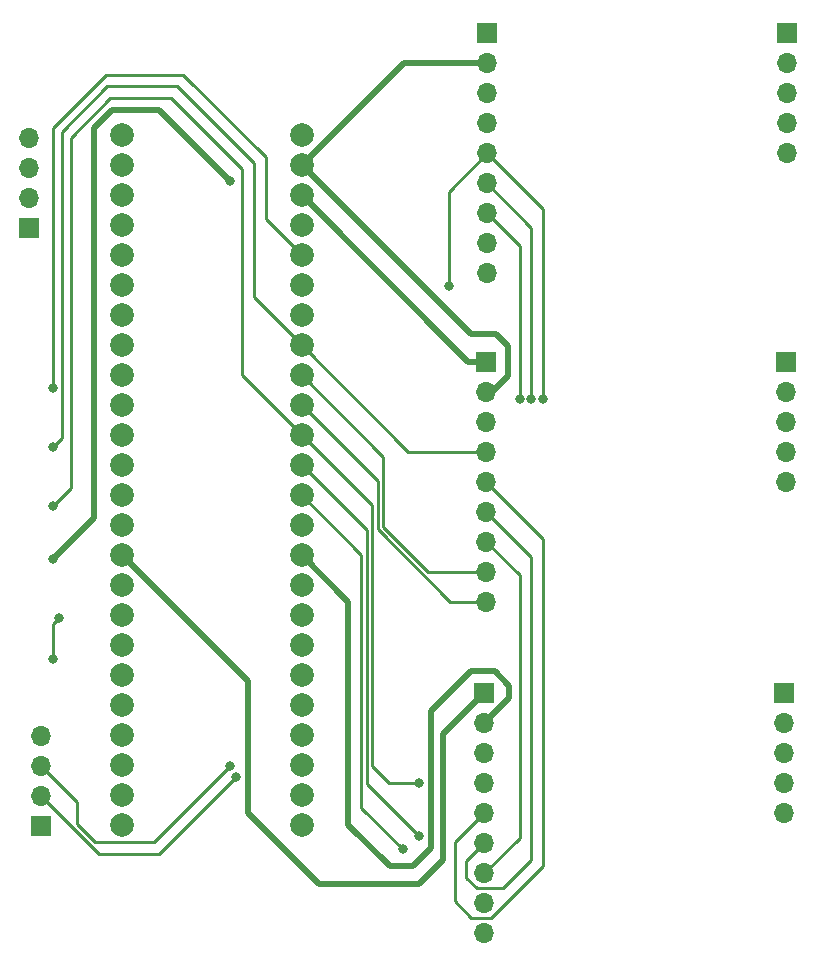
<source format=gbr>
%TF.GenerationSoftware,KiCad,Pcbnew,7.0.7*%
%TF.CreationDate,2024-06-05T22:00:53-04:00*%
%TF.ProjectId,Ground Receiver v2,47726f75-6e64-4205-9265-636569766572,rev?*%
%TF.SameCoordinates,Original*%
%TF.FileFunction,Copper,L2,Bot*%
%TF.FilePolarity,Positive*%
%FSLAX46Y46*%
G04 Gerber Fmt 4.6, Leading zero omitted, Abs format (unit mm)*
G04 Created by KiCad (PCBNEW 7.0.7) date 2024-06-05 22:00:53*
%MOMM*%
%LPD*%
G01*
G04 APERTURE LIST*
%TA.AperFunction,ComponentPad*%
%ADD10R,1.700000X1.700000*%
%TD*%
%TA.AperFunction,ComponentPad*%
%ADD11O,1.700000X1.700000*%
%TD*%
%TA.AperFunction,ComponentPad*%
%ADD12C,2.000000*%
%TD*%
%TA.AperFunction,ViaPad*%
%ADD13C,0.800000*%
%TD*%
%TA.AperFunction,Conductor*%
%ADD14C,0.250000*%
%TD*%
%TA.AperFunction,Conductor*%
%ADD15C,0.500000*%
%TD*%
G04 APERTURE END LIST*
D10*
%TO.P,J8,1,Pin_1*%
%TO.N,/3.3V B*%
X118500000Y-131120000D03*
D11*
%TO.P,J8,2,Pin_2*%
%TO.N,/RX8*%
X118500000Y-128580000D03*
%TO.P,J8,3,Pin_3*%
%TO.N,/TX8*%
X118500000Y-126040000D03*
%TO.P,J8,4,Pin_4*%
%TO.N,/GND*%
X118500000Y-123500000D03*
%TD*%
D10*
%TO.P,J7,1,Pin_1*%
%TO.N,/3.3V B*%
X117500000Y-80500000D03*
D11*
%TO.P,J7,2,Pin_2*%
%TO.N,/RX1*%
X117500000Y-77960000D03*
%TO.P,J7,3,Pin_3*%
%TO.N,/TX1*%
X117500000Y-75420000D03*
%TO.P,J7,4,Pin_4*%
%TO.N,/GND*%
X117500000Y-72880000D03*
%TD*%
D12*
%TO.P,Teensy4.1,0,GND*%
%TO.N,/GND*%
X125315000Y-72625000D03*
%TO.P,Teensy4.1,1,RX1*%
%TO.N,/RX1*%
X125315000Y-75165000D03*
%TO.P,Teensy4.1,2,TX1*%
%TO.N,/TX1*%
X125315000Y-77705000D03*
%TO.P,Teensy4.1,3,PWM*%
%TO.N,unconnected-(Teensy4.1-PWM-Pad3)*%
X125315000Y-80245000D03*
%TO.P,Teensy4.1,4,PWM*%
%TO.N,unconnected-(Teensy4.1-PWM-Pad4)*%
X125315000Y-82785000D03*
%TO.P,Teensy4.1,5,PWM*%
%TO.N,unconnected-(Teensy4.1-PWM-Pad5)*%
X125315000Y-85325000D03*
%TO.P,Teensy4.1,6,PWM*%
%TO.N,unconnected-(Teensy4.1-PWM-Pad6)*%
X125315000Y-87865000D03*
%TO.P,Teensy4.1,7,PWM*%
%TO.N,unconnected-(Teensy4.1-PWM-Pad7)*%
X125315000Y-90405000D03*
%TO.P,Teensy4.1,8,RX2*%
%TO.N,unconnected-(Teensy4.1-RX2-Pad8)*%
X125315000Y-92945000D03*
%TO.P,Teensy4.1,9,TX2*%
%TO.N,unconnected-(Teensy4.1-TX2-Pad9)*%
X125315000Y-95485000D03*
%TO.P,Teensy4.1,10,PWM*%
%TO.N,unconnected-(Teensy4.1-PWM-Pad10)*%
X125315000Y-98025000D03*
%TO.P,Teensy4.1,11,CS*%
%TO.N,unconnected-(Teensy4.1-CS-Pad11)*%
X125315000Y-100565000D03*
%TO.P,Teensy4.1,12,MOSI*%
%TO.N,/MOSI*%
X125315000Y-103105000D03*
%TO.P,Teensy4.1,13,MISO*%
%TO.N,/MISO*%
X125315000Y-105645000D03*
%TO.P,Teensy4.1,14,3.3V*%
%TO.N,/3.3V B*%
X125315000Y-108185000D03*
%TO.P,Teensy4.1,15,SCL2*%
%TO.N,/G1_1*%
X125315000Y-110725000D03*
%TO.P,Teensy4.1,16,SDA2*%
%TO.N,/G2_1*%
X125315000Y-113265000D03*
%TO.P,Teensy4.1,17,MOSI1*%
%TO.N,/G3_1*%
X125315000Y-115805000D03*
%TO.P,Teensy4.1,18,SCK1*%
%TO.N,/G1_2*%
X125315000Y-118345000D03*
%TO.P,Teensy4.1,19,RX7*%
%TO.N,/G2_2*%
X125315000Y-120885000D03*
%TO.P,Teensy4.1,20,TX7*%
%TO.N,/G3_2*%
X125315000Y-123425000D03*
%TO.P,Teensy4.1,21,GPIO*%
%TO.N,/G1_3*%
X125315000Y-125965000D03*
%TO.P,Teensy4.1,22,GPIO*%
%TO.N,/G2_3*%
X125315000Y-128505000D03*
%TO.P,Teensy4.1,23,GPIO*%
%TO.N,/G3_3*%
X125315000Y-131045000D03*
%TO.P,Teensy4.1,24,PWM*%
%TO.N,unconnected-(Teensy4.1-PWM-Pad24)*%
X140555000Y-131045000D03*
%TO.P,Teensy4.1,25,RX8*%
%TO.N,/RX8*%
X140555000Y-128505000D03*
%TO.P,Teensy4.1,26,TX8*%
%TO.N,/TX8*%
X140555000Y-125965000D03*
%TO.P,Teensy4.1,27,PWM*%
%TO.N,unconnected-(Teensy4.1-PWM-Pad27)*%
X140555000Y-123425000D03*
%TO.P,Teensy4.1,28,PWM*%
%TO.N,unconnected-(Teensy4.1-PWM-Pad28)*%
X140555000Y-120885000D03*
%TO.P,Teensy4.1,29,CS1*%
%TO.N,unconnected-(Teensy4.1-CS1-Pad29)*%
X140555000Y-118345000D03*
%TO.P,Teensy4.1,30,MISO*%
%TO.N,unconnected-(Teensy4.1-MISO-Pad30)*%
X140555000Y-115805000D03*
%TO.P,Teensy4.1,31,A16*%
%TO.N,unconnected-(Teensy4.1-A16-Pad31)*%
X140555000Y-113265000D03*
%TO.P,Teensy4.1,32,A17*%
%TO.N,unconnected-(Teensy4.1-A17-Pad32)*%
X140555000Y-110725000D03*
%TO.P,Teensy4.1,33,GND*%
%TO.N,/GND3*%
X140555000Y-108185000D03*
%TO.P,Teensy4.1,34,SCK*%
%TO.N,/SCK*%
X140555000Y-105645000D03*
%TO.P,Teensy4.1,35,A0*%
%TO.N,/RST3*%
X140555000Y-103105000D03*
%TO.P,Teensy4.1,36,A1*%
%TO.N,/CS3*%
X140555000Y-100565000D03*
%TO.P,Teensy4.1,37,A2*%
%TO.N,/INT3*%
X140555000Y-98025000D03*
%TO.P,Teensy4.1,38,A3*%
%TO.N,/RST2*%
X140555000Y-95485000D03*
%TO.P,Teensy4.1,39,SDA*%
%TO.N,/CS2*%
X140555000Y-92945000D03*
%TO.P,Teensy4.1,40,SCL*%
%TO.N,/INT2*%
X140555000Y-90405000D03*
%TO.P,Teensy4.1,41,TX5*%
%TO.N,/RST1*%
X140555000Y-87865000D03*
%TO.P,Teensy4.1,42,RX5*%
%TO.N,/CS1*%
X140555000Y-85325000D03*
%TO.P,Teensy4.1,43,PWM*%
%TO.N,/INT1*%
X140555000Y-82785000D03*
%TO.P,Teensy4.1,44,PWM*%
%TO.N,unconnected-(Teensy4.1-PWM-Pad44)*%
X140555000Y-80245000D03*
%TO.P,Teensy4.1,45,3.3V*%
%TO.N,/3.3V A*%
X140555000Y-77705000D03*
%TO.P,Teensy4.1,46,GND*%
%TO.N,/GND1*%
X140555000Y-75165000D03*
%TO.P,Teensy4.1,47,Vin*%
%TO.N,unconnected-(Teensy4.1-Vin-Pad47)*%
X140555000Y-72625000D03*
%TD*%
D10*
%TO.P,J3,1,Pin_1*%
%TO.N,/3.3V B*%
X156000000Y-119850000D03*
D11*
%TO.P,J3,2,Pin_2*%
%TO.N,/GND3*%
X156000000Y-122390000D03*
%TO.P,J3,3,Pin_3*%
%TO.N,unconnected-(J3-Pin_3-Pad3)*%
X156000000Y-124930000D03*
%TO.P,J3,4,Pin_4*%
%TO.N,/INT3*%
X156000000Y-127470000D03*
%TO.P,J3,5,Pin_5*%
%TO.N,/SCK*%
X156000000Y-130010000D03*
%TO.P,J3,6,Pin_6*%
%TO.N,/MISO*%
X156000000Y-132550000D03*
%TO.P,J3,7,Pin_7*%
%TO.N,/MOSI*%
X156000000Y-135090000D03*
%TO.P,J3,8,Pin_8*%
%TO.N,/CS3*%
X156000000Y-137630000D03*
%TO.P,J3,9,Pin_9*%
%TO.N,/RST3*%
X156000000Y-140170000D03*
%TD*%
D10*
%TO.P,J5,1,Pin_1*%
%TO.N,/G1_2*%
X181550000Y-91800000D03*
D11*
%TO.P,J5,2,Pin_2*%
%TO.N,/G2_2*%
X181550000Y-94340000D03*
%TO.P,J5,3,Pin_3*%
%TO.N,/G3_2*%
X181550000Y-96880000D03*
%TO.P,J5,4,Pin_4*%
%TO.N,unconnected-(J5-Pin_4-Pad4)*%
X181550000Y-99420000D03*
%TO.P,J5,5,Pin_5*%
%TO.N,unconnected-(J5-Pin_5-Pad5)*%
X181550000Y-101960000D03*
%TD*%
D10*
%TO.P,J2,1,Pin_1*%
%TO.N,/3.3V A*%
X156150000Y-91800000D03*
D11*
%TO.P,J2,2,Pin_2*%
%TO.N,/GND1*%
X156150000Y-94340000D03*
%TO.P,J2,3,Pin_3*%
%TO.N,unconnected-(J2-Pin_3-Pad3)*%
X156150000Y-96880000D03*
%TO.P,J2,4,Pin_4*%
%TO.N,/INT2*%
X156150000Y-99420000D03*
%TO.P,J2,5,Pin_5*%
%TO.N,/SCK*%
X156150000Y-101960000D03*
%TO.P,J2,6,Pin_6*%
%TO.N,/MISO*%
X156150000Y-104500000D03*
%TO.P,J2,7,Pin_7*%
%TO.N,/MOSI*%
X156150000Y-107040000D03*
%TO.P,J2,8,Pin_8*%
%TO.N,/CS2*%
X156150000Y-109580000D03*
%TO.P,J2,9,Pin_9*%
%TO.N,/RST2*%
X156150000Y-112120000D03*
%TD*%
D10*
%TO.P,J4,1,Pin_1*%
%TO.N,/G1_1*%
X181650000Y-64000000D03*
D11*
%TO.P,J4,2,Pin_2*%
%TO.N,/G2_1*%
X181650000Y-66540000D03*
%TO.P,J4,3,Pin_3*%
%TO.N,/G3_1*%
X181650000Y-69080000D03*
%TO.P,J4,4,Pin_4*%
%TO.N,unconnected-(J4-Pin_4-Pad4)*%
X181650000Y-71620000D03*
%TO.P,J4,5,Pin_5*%
%TO.N,unconnected-(J4-Pin_5-Pad5)*%
X181650000Y-74160000D03*
%TD*%
D10*
%TO.P,J1,1,Pin_1*%
%TO.N,/3.3V A*%
X156250000Y-64000000D03*
D11*
%TO.P,J1,2,Pin_2*%
%TO.N,/GND1*%
X156250000Y-66540000D03*
%TO.P,J1,3,Pin_3*%
%TO.N,unconnected-(J1-Pin_3-Pad3)*%
X156250000Y-69080000D03*
%TO.P,J1,4,Pin_4*%
%TO.N,/INT1*%
X156250000Y-71620000D03*
%TO.P,J1,5,Pin_5*%
%TO.N,/SCK*%
X156250000Y-74160000D03*
%TO.P,J1,6,Pin_6*%
%TO.N,/MISO*%
X156250000Y-76700000D03*
%TO.P,J1,7,Pin_7*%
%TO.N,/MOSI*%
X156250000Y-79240000D03*
%TO.P,J1,8,Pin_8*%
%TO.N,/CS1*%
X156250000Y-81780000D03*
%TO.P,J1,9,Pin_9*%
%TO.N,/RST1*%
X156250000Y-84320000D03*
%TD*%
D10*
%TO.P,J6,1,Pin_1*%
%TO.N,/G1_3*%
X181400000Y-119850000D03*
D11*
%TO.P,J6,2,Pin_2*%
%TO.N,/G2_3*%
X181400000Y-122390000D03*
%TO.P,J6,3,Pin_3*%
%TO.N,/G3_3*%
X181400000Y-124930000D03*
%TO.P,J6,4,Pin_4*%
%TO.N,unconnected-(J6-Pin_4-Pad4)*%
X181400000Y-127470000D03*
%TO.P,J6,5,Pin_5*%
%TO.N,unconnected-(J6-Pin_5-Pad5)*%
X181400000Y-130010000D03*
%TD*%
D13*
%TO.N,/SCK*%
X153000000Y-85400000D03*
%TO.N,/INT1*%
X119500000Y-94000000D03*
%TO.N,/INT2*%
X119500000Y-99000000D03*
%TO.N,/INT3*%
X150500000Y-127500000D03*
X119500000Y-104000000D03*
%TO.N,/GND*%
X120000000Y-113500000D03*
X119500000Y-117000000D03*
%TO.N,/MOSI*%
X159000000Y-95000000D03*
%TO.N,/MISO*%
X160000000Y-95000000D03*
%TO.N,/SCK*%
X161000000Y-95000000D03*
%TO.N,/3.3V A*%
X119500000Y-108500000D03*
X134500000Y-76500000D03*
%TO.N,/RST3*%
X149103289Y-133103289D03*
%TO.N,/CS3*%
X150500000Y-132000000D03*
%TO.N,/RX8*%
X135012299Y-126987701D03*
%TO.N,/TX8*%
X134500000Y-126000000D03*
%TD*%
D14*
%TO.N,/SCK*%
X153000000Y-85400000D02*
X153000000Y-77410000D01*
X153000000Y-77410000D02*
X156250000Y-74160000D01*
%TO.N,/INT1*%
X140555000Y-82785000D02*
X137500000Y-79730000D01*
X137500000Y-79730000D02*
X137500000Y-79500000D01*
X130500000Y-67500000D02*
X137500000Y-74500000D01*
X124000000Y-67500000D02*
X130500000Y-67500000D01*
X119500000Y-72000000D02*
X124000000Y-67500000D01*
X137500000Y-74500000D02*
X137500000Y-79500000D01*
X119500000Y-94000000D02*
X119500000Y-72000000D01*
%TO.N,/INT2*%
X140555000Y-90405000D02*
X136500000Y-86350000D01*
X124068198Y-68500000D02*
X120225000Y-72343198D01*
X120225000Y-98275000D02*
X119500000Y-99000000D01*
X149570000Y-99420000D02*
X140555000Y-90405000D01*
X136500000Y-86350000D02*
X136500000Y-75000000D01*
X136500000Y-75000000D02*
X130000000Y-68500000D01*
X130000000Y-68500000D02*
X124068198Y-68500000D01*
X156150000Y-99420000D02*
X149570000Y-99420000D01*
X120225000Y-72343198D02*
X120225000Y-98275000D01*
%TO.N,/INT3*%
X146500000Y-126000000D02*
X146500000Y-103970000D01*
X121000000Y-102500000D02*
X119500000Y-104000000D01*
X124343414Y-69500000D02*
X121000000Y-72843414D01*
X140555000Y-98025000D02*
X135500000Y-92970000D01*
X129500000Y-69500000D02*
X124343414Y-69500000D01*
X150470000Y-127470000D02*
X147970000Y-127470000D01*
X146500000Y-103970000D02*
X140555000Y-98025000D01*
X147970000Y-127470000D02*
X146500000Y-126000000D01*
X150500000Y-127500000D02*
X150470000Y-127470000D01*
X135500000Y-92970000D02*
X135500000Y-75500000D01*
X135500000Y-75500000D02*
X129500000Y-69500000D01*
X121000000Y-72843414D02*
X121000000Y-102500000D01*
%TO.N,/GND*%
X119500000Y-117000000D02*
X119500000Y-114000000D01*
X119500000Y-114000000D02*
X120000000Y-113500000D01*
D15*
%TO.N,/3.3V B*%
X136000000Y-118870000D02*
X136000000Y-130000000D01*
X136000000Y-130000000D02*
X142000000Y-136000000D01*
X152500000Y-123350000D02*
X156000000Y-119850000D01*
X150500000Y-136000000D02*
X152500000Y-134000000D01*
X125315000Y-108185000D02*
X136000000Y-118870000D01*
X152500000Y-134000000D02*
X152500000Y-123350000D01*
X142000000Y-136000000D02*
X150500000Y-136000000D01*
D14*
%TO.N,/CS1*%
X140730000Y-85500000D02*
X140555000Y-85325000D01*
%TO.N,/MOSI*%
X156250000Y-79240000D02*
X159000000Y-81990000D01*
X159000000Y-109890000D02*
X156150000Y-107040000D01*
X156000000Y-135090000D02*
X159000000Y-132090000D01*
X159000000Y-132090000D02*
X159000000Y-109890000D01*
X159000000Y-81990000D02*
X159000000Y-95000000D01*
%TO.N,/MISO*%
X155400000Y-136400000D02*
X154500000Y-135500000D01*
X160000000Y-93000000D02*
X160000000Y-95000000D01*
X156150000Y-104500000D02*
X160000000Y-108350000D01*
X154500000Y-135500000D02*
X154500000Y-134050000D01*
X154500000Y-134050000D02*
X156000000Y-132550000D01*
X160000000Y-80450000D02*
X156250000Y-76700000D01*
X160000000Y-134000000D02*
X157600000Y-136400000D01*
X160000000Y-93000000D02*
X160000000Y-80450000D01*
X157600000Y-136400000D02*
X155400000Y-136400000D01*
X160000000Y-108350000D02*
X160000000Y-134000000D01*
%TO.N,/SCK*%
X153500000Y-132510000D02*
X153500000Y-137500000D01*
X153500000Y-137500000D02*
X154900000Y-138900000D01*
X156600000Y-138900000D02*
X161000000Y-134500000D01*
X156250000Y-74160000D02*
X161000000Y-78910000D01*
X161000000Y-78910000D02*
X161000000Y-95000000D01*
X161000000Y-106810000D02*
X156150000Y-101960000D01*
X161000000Y-134500000D02*
X161000000Y-106810000D01*
X156000000Y-130010000D02*
X153500000Y-132510000D01*
X154900000Y-138900000D02*
X156600000Y-138900000D01*
D15*
%TO.N,/3.3V A*%
X123000000Y-105000000D02*
X123000000Y-72000000D01*
X128500000Y-70500000D02*
X134500000Y-76500000D01*
X123000000Y-72000000D02*
X124500000Y-70500000D01*
X140555000Y-77705000D02*
X154650000Y-91800000D01*
X154650000Y-91800000D02*
X156150000Y-91800000D01*
X119500000Y-108500000D02*
X123000000Y-105000000D01*
X124500000Y-70500000D02*
X128500000Y-70500000D01*
D14*
%TO.N,/RST2*%
X156150000Y-112120000D02*
X153120000Y-112120000D01*
X147000000Y-101930000D02*
X140555000Y-95485000D01*
X147000000Y-106000000D02*
X147000000Y-101930000D01*
X153120000Y-112120000D02*
X147000000Y-106000000D01*
%TO.N,/CS2*%
X151216396Y-109580000D02*
X147450000Y-105813604D01*
X147450000Y-99840000D02*
X140555000Y-92945000D01*
X147450000Y-105813604D02*
X147450000Y-99840000D01*
X156150000Y-109580000D02*
X151216396Y-109580000D01*
%TO.N,/RST3*%
X145600000Y-129600000D02*
X145600000Y-108150000D01*
X149103289Y-133103289D02*
X145600000Y-129600000D01*
X145600000Y-108150000D02*
X140555000Y-103105000D01*
%TO.N,/CS3*%
X146050000Y-106060000D02*
X140555000Y-100565000D01*
X146050000Y-127550000D02*
X146050000Y-106060000D01*
X150500000Y-132000000D02*
X146050000Y-127550000D01*
%TO.N,/RX8*%
X135012299Y-126987701D02*
X128500000Y-133500000D01*
X123420000Y-133500000D02*
X118500000Y-128580000D01*
X128500000Y-133500000D02*
X123420000Y-133500000D01*
%TO.N,/TX8*%
X121500000Y-129040000D02*
X121500000Y-130943604D01*
X123056396Y-132500000D02*
X128000000Y-132500000D01*
X128000000Y-132500000D02*
X134500000Y-126000000D01*
X121500000Y-130943604D02*
X123056396Y-132500000D01*
X118500000Y-126040000D02*
X121500000Y-129040000D01*
D15*
%TO.N,/GND1*%
X158000000Y-93000000D02*
X156660000Y-94340000D01*
X156660000Y-94340000D02*
X156150000Y-94340000D01*
X154890000Y-89500000D02*
X157000000Y-89500000D01*
X149180000Y-66540000D02*
X156250000Y-66540000D01*
X140555000Y-75165000D02*
X154890000Y-89500000D01*
X158000000Y-90500000D02*
X158000000Y-93000000D01*
X157000000Y-89500000D02*
X158000000Y-90500000D01*
X140555000Y-75165000D02*
X149180000Y-66540000D01*
%TO.N,/GND3*%
X158110000Y-120280000D02*
X158110000Y-119235000D01*
X154875000Y-118000000D02*
X151500000Y-121375000D01*
X151500000Y-121375000D02*
X151500000Y-133000000D01*
X144500000Y-131000000D02*
X144500000Y-112130000D01*
X151500000Y-133000000D02*
X150000000Y-134500000D01*
X158110000Y-119235000D02*
X156875000Y-118000000D01*
X148000000Y-134500000D02*
X144500000Y-131000000D01*
X156000000Y-122390000D02*
X158110000Y-120280000D01*
X144500000Y-112130000D02*
X140555000Y-108185000D01*
X150000000Y-134500000D02*
X148000000Y-134500000D01*
X156875000Y-118000000D02*
X154875000Y-118000000D01*
%TD*%
M02*

</source>
